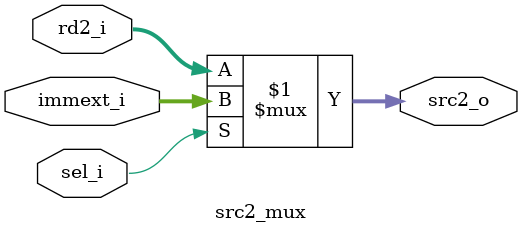
<source format=sv>
module src2_mux(
    input  logic [31:0] immext_i,
    input  logic [31:0] rd2_i,
    input  logic        sel_i,
    output logic [31:0] src2_o
    );
    
    assign src2_o = sel_i ? immext_i : rd2_i;
endmodule

</source>
